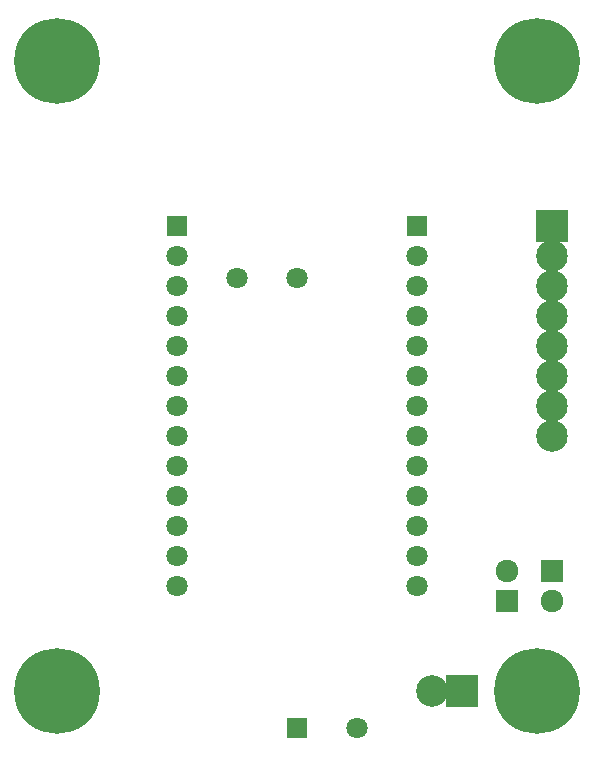
<source format=gbr>
G04 #@! TF.FileFunction,Soldermask,Bot*
%FSLAX46Y46*%
G04 Gerber Fmt 4.6, Leading zero omitted, Abs format (unit mm)*
G04 Created by KiCad (PCBNEW 4.0.1-stable) date 1/29/2016 6:59:16 PM*
%MOMM*%
G01*
G04 APERTURE LIST*
%ADD10C,0.100000*%
%ADD11C,7.258000*%
%ADD12C,1.797000*%
%ADD13R,1.797000X1.797000*%
%ADD14R,2.675000X2.675000*%
%ADD15C,2.675000*%
%ADD16R,1.924000X1.924000*%
%ADD17C,1.924000*%
G04 APERTURE END LIST*
D10*
D11*
X45720000Y-58420000D03*
X5080000Y-58420000D03*
X5080000Y-5080000D03*
D12*
X35560000Y-49530000D03*
X35560000Y-44450000D03*
X35560000Y-46990000D03*
X35560000Y-41910000D03*
X35560000Y-31750000D03*
X35560000Y-34290000D03*
X35560000Y-39370000D03*
X35560000Y-36830000D03*
X35560000Y-26670000D03*
X35560000Y-29210000D03*
X35560000Y-24130000D03*
X35560000Y-21590000D03*
D13*
X35560000Y-19050000D03*
D12*
X15240000Y-49530000D03*
X15240000Y-44450000D03*
X15240000Y-46990000D03*
X15240000Y-41910000D03*
X15240000Y-31750000D03*
X15240000Y-34290000D03*
X15240000Y-39370000D03*
X15240000Y-36830000D03*
X15240000Y-26670000D03*
X15240000Y-29210000D03*
X15240000Y-24130000D03*
X15240000Y-21590000D03*
D13*
X15240000Y-19050000D03*
D14*
X39370000Y-58420000D03*
D15*
X36830000Y-58420000D03*
X46990000Y-34290000D03*
X46990000Y-31750000D03*
X46990000Y-36830000D03*
X46990000Y-29210000D03*
X46990000Y-26670000D03*
D14*
X46990000Y-19050000D03*
D15*
X46990000Y-21590000D03*
X46990000Y-24130000D03*
D13*
X25400000Y-61595000D03*
D12*
X30480000Y-61595000D03*
X25400000Y-23495000D03*
X20320000Y-23495000D03*
D11*
X45720000Y-5080000D03*
D16*
X46990000Y-48260000D03*
D17*
X46990000Y-50800000D03*
D16*
X43180000Y-50800000D03*
D17*
X43180000Y-48260000D03*
M02*

</source>
